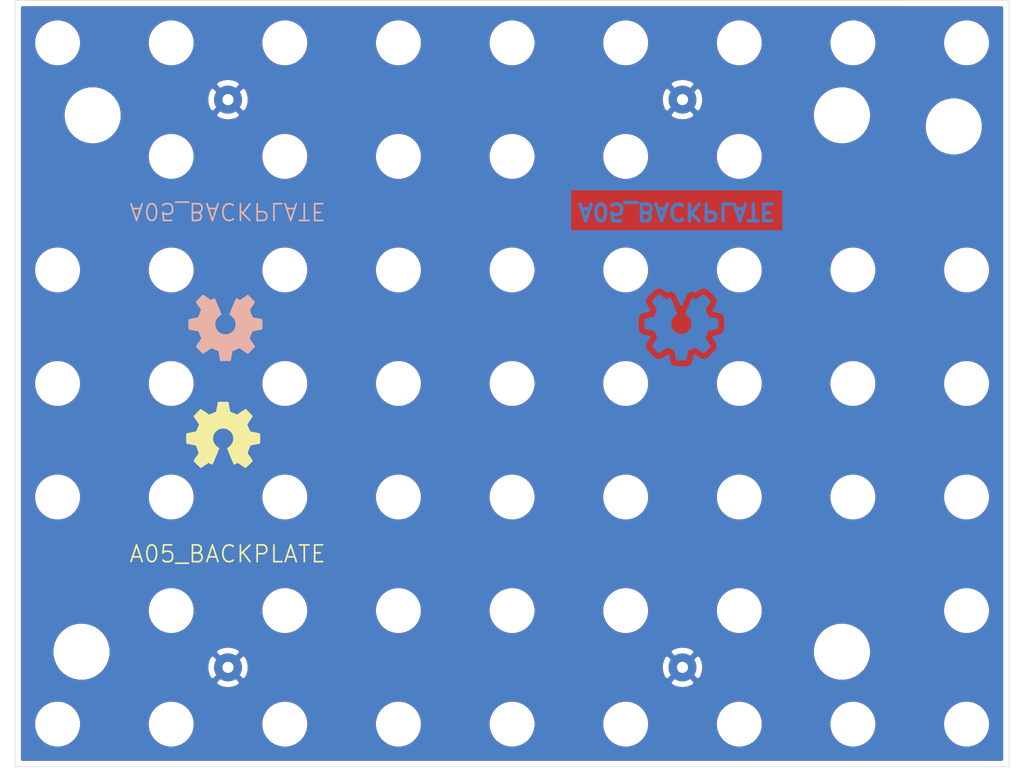
<source format=kicad_pcb>
(kicad_pcb (version 20171130) (host pcbnew 5.1.5-52549c5~86~ubuntu18.04.1)
  (title_block (title "A05 Backplate") (company Galopago))
  (layers (0 F.Cu signal) (31 B.Cu signal) (34 B.Paste user) (35 F.Paste user) (36 B.SilkS user) (37 F.SilkS user) (38 B.Mask user) (39 F.Mask user) (44 Edge.Cuts user))
  (net 0 "")
  (net 1 "Net-(J0-Pad1)")
  (module Symbol:OSHW-Symbol_6.7x6mm_Copper (layer B.Cu) (at 79.5782 49.2506)
    (fp_text reference REF** hide)
    (fp_text value OSHW-Symbol_6.7x6mm_Copper hide)
    (fp_poly (pts (xy 0.555814 2.531069) (xy 0.639635 2.086445) (xy 0.94892 1.958947) (xy 1.258206 1.831449) (xy 1.629246 2.083754) (xy 1.733157 2.154004) (xy 1.827087 2.216728) (xy 1.906652 2.269062) (xy 1.96747 2.308143) (xy 2.005157 2.331107) (xy 2.015421 2.336058) (xy 2.03391 2.323324) (xy 2.07342 2.288118) (xy 2.129522 2.234938) (xy 2.197787 2.168282) (xy 2.273786 2.092646) (xy 2.353092 2.012528) (xy 2.431275 1.932426) (xy 2.503907 1.856836) (xy 2.566559 1.790255) (xy 2.614803 1.737182) (xy 2.64421 1.702113) (xy 2.651241 1.690377) (xy 2.641123 1.66874) (xy 2.612759 1.621338) (xy 2.569129 1.552807) (xy 2.513218 1.467785) (xy 2.448006 1.370907) (xy 2.410219 1.31565) (xy 2.341343 1.214752) (xy 2.28014 1.123701) (xy 2.229578 1.04703) (xy 2.192628 0.989272) (xy 2.172258 0.954957) (xy 2.169197 0.947746) (xy 2.176136 0.927252) (xy 2.195051 0.879487) (xy 2.223087 0.811168) (xy 2.257391 0.729011) (xy 2.295109 0.63973) (xy 2.333387 0.550042) (xy 2.36937 0.466662) (xy 2.400206 0.396306) (xy 2.423039 0.34569) (xy 2.435017 0.321529) (xy 2.435724 0.320578) (xy 2.454531 0.315964) (xy 2.504618 0.305672) (xy 2.580793 0.290713) (xy 2.677865 0.272099) (xy 2.790643 0.250841) (xy 2.856442 0.238582) (xy 2.97695 0.215638) (xy 3.085797 0.193805) (xy 3.177476 0.174278) (xy 3.246481 0.158252) (xy 3.287304 0.146921) (xy 3.295511 0.143326) (xy 3.303548 0.118994) (xy 3.310033 0.064041) (xy 3.31497 -0.015108) (xy 3.318364 -0.112026) (xy 3.320218 -0.220287) (xy 3.320538 -0.333465) (xy 3.319327 -0.445135) (xy 3.31659 -0.548868) (xy 3.312331 -0.638241) (xy 3.306555 -0.706826) (xy 3.299267 -0.748197) (xy 3.294895 -0.75681) (xy 3.268764 -0.767133) (xy 3.213393 -0.781892) (xy 3.136107 -0.799352) (xy 3.04423 -0.81778) (xy 3.012158 -0.823741) (xy 2.857524 -0.852066) (xy 2.735375 -0.874876) (xy 2.641673 -0.89308) (xy 2.572384 -0.907583) (xy 2.523471 -0.919292) (xy 2.490897 -0.929115) (xy 2.470628 -0.937956) (xy 2.458626 -0.946724) (xy 2.456947 -0.948457) (xy 2.440184 -0.976371) (xy 2.414614 -1.030695) (xy 2.382788 -1.104777) (xy 2.34726 -1.191965) (xy 2.310583 -1.285608) (xy 2.275311 -1.379052) (xy 2.243996 -1.465647) (xy 2.219193 -1.53874) (xy 2.203454 -1.591678) (xy 2.199332 -1.617811) (xy 2.199676 -1.618726) (xy 2.213641 -1.640086) (xy 2.245322 -1.687084) (xy 2.291391 -1.754827) (xy 2.348518 -1.838423) (xy 2.413373 -1.932982) (xy 2.431843 -1.959854) (xy 2.497699 -2.057275) (xy 2.55565 -2.146163) (xy 2.602538 -2.221412) (xy 2.635207 -2.27792) (xy 2.6505 -2.310581) (xy 2.651241 -2.314593) (xy 2.638392 -2.335684) (xy 2.602888 -2.377464) (xy 2.549293 -2.435445) (xy 2.482171 -2.505135) (xy 2.406087 -2.582045) (xy 2.325604 -2.661683) (xy 2.245287 -2.739561) (xy 2.169699 -2.811186) (xy 2.103405 -2.87207) (xy 2.050969 -2.917721) (xy 2.016955 -2.94365) (xy 2.007545 -2.947883) (xy 1.985643 -2.937912) (xy 1.9408 -2.91102) (xy 1.880321 -2.871736) (xy 1.833789 -2.840117) (xy 1.749475 -2.782098) (xy 1.649626 -2.713784) (xy 1.549473 -2.645579) (xy 1.495627 -2.609075) (xy 1.313371 -2.4858) (xy 1.160381 -2.56852) (xy 1.090682 -2.604759) (xy 1.031414 -2.632926) (xy 0.991311 -2.648991) (xy 0.981103 -2.651226) (xy 0.968829 -2.634722) (xy 0.944613 -2.588082) (xy 0.910263 -2.515609) (xy 0.867588 -2.421606) (xy 0.818394 -2.310374) (xy 0.76449 -2.186215) (xy 0.707684 -2.053432) (xy 0.649782 -1.916327) (xy 0.592593 -1.779202) (xy 0.537924 -1.646358) (xy 0.487584 -1.522098) (xy 0.44338 -1.410725) (xy 0.407119 -1.316539) (xy 0.380609 -1.243844) (xy 0.365658 -1.196941) (xy 0.363254 -1.180833) (xy 0.382311 -1.160286) (xy 0.424036 -1.126933) (xy 0.479706 -1.087702) (xy 0.484378 -1.084599) (xy 0.628264 -0.969423) (xy 0.744283 -0.835053) (xy 0.83143 -0.685784) (xy 0.888699 -0.525913) (xy 0.915086 -0.359737) (xy 0.909585 -0.191552) (xy 0.87119 -0.025655) (xy 0.798895 0.133658) (xy 0.777626 0.168513) (xy 0.666996 0.309263) (xy 0.536302 0.422286) (xy 0.390064 0.506997) (xy 0.232808 0.562806) (xy 0.069057 0.589126) (xy -0.096667 0.58537) (xy -0.259838 0.55095) (xy -0.415935 0.485277) (xy -0.560433 0.387765) (xy -0.605131 0.348187) (xy -0.718888 0.224297) (xy -0.801782 0.093876) (xy -0.858644 -0.052315) (xy -0.890313 -0.197088) (xy -0.898131 -0.35986) (xy -0.872062 -0.52344) (xy -0.814755 -0.682298) (xy -0.728856 -0.830906) (xy -0.617014 -0.963735) (xy -0.481877 -1.075256) (xy -0.464117 -1.087011) (xy -0.40785 -1.125508) (xy -0.365077 -1.158863) (xy -0.344628 -1.18016) (xy -0.344331 -1.180833) (xy -0.348721 -1.203871) (xy -0.366124 -1.256157) (xy -0.394732 -1.33339) (xy -0.432735 -1.431268) (xy -0.478326 -1.545491) (xy -0.529697 -1.671758) (xy -0.585038 -1.805767) (xy -0.642542 -1.943218) (xy -0.700399 -2.079808) (xy -0.756802 -2.211237) (xy -0.809942 -2.333205) (xy -0.85801 -2.441409) (xy -0.899199 -2.531549) (xy -0.931699 -2.599323) (xy -0.953703 -2.64043) (xy -0.962564 -2.651226) (xy -0.98964 -2.642819) (xy -1.040303 -2.620272) (xy -1.105817 -2.587613) (xy -1.141841 -2.56852) (xy -1.294832 -2.4858) (xy -1.477088 -2.609075) (xy -1.570125 -2.672228) (xy -1.671985 -2.741727) (xy -1.767438 -2.807165) (xy -1.81525 -2.840117) (xy -1.882495 -2.885273) (xy -1.939436 -2.921057) (xy -1.978646 -2.942938) (xy -1.991381 -2.947563) (xy -2.009917 -2.935085) (xy -2.050941 -2.900252) (xy -2.110475 -2.846678) (xy -2.184542 -2.777983) (xy -2.269165 -2.697781) (xy -2.322685 -2.646286) (xy -2.416319 -2.554286) (xy -2.497241 -2.471999) (xy -2.562177 -2.402945) (xy -2.607858 -2.350644) (xy -2.631011 -2.318616) (xy -2.633232 -2.312116) (xy -2.622924 -2.287394) (xy -2.594439 -2.237405) (xy -2.550937 -2.167212) (xy -2.495577 -2.081875) (xy -2.43152 -1.986456) (xy -2.413303 -1.959854) (xy -2.346927 -1.863167) (xy -2.287378 -1.776117) (xy -2.237984 -1.703595) (xy -2.202075 -1.650493) (xy -2.182981 -1.621703) (xy -2.181136 -1.618726) (xy -2.183895 -1.595782) (xy -2.198538 -1.545336) (xy -2.222513 -1.474041) (xy -2.253266 -1.388547) (xy -2.288244 -1.295507) (xy -2.324893 -1.201574) (xy -2.360661 -1.113399) (xy -2.392994 -1.037634) (xy -2.419338 -0.980931) (xy -2.437142 -0.949943) (xy -2.438407 -0.948457) (xy -2.449294 -0.939601) (xy -2.467682 -0.930843) (xy -2.497606 -0.921277) (xy -2.543103 -0.909996) (xy -2.608209 -0.896093) (xy -2.696961 -0.878663) (xy -2.813393 -0.856798) (xy -2.961542 -0.829591) (xy -2.993618 -0.823741) (xy -3.088686 -0.805374) (xy -3.171565 -0.787405) (xy -3.23493 -0.771569) (xy -3.271458 -0.7596) (xy -3.276356 -0.75681) (xy -3.284427 -0.732072) (xy -3.290987 -0.67679) (xy -3.296033 -0.597389) (xy -3.299559 -0.500296) (xy -3.301561 -0.391938) (xy -3.302036 -0.27874) (xy -3.300977 -0.167128) (xy -3.298382 -0.063529) (xy -3.294246 0.025632) (xy -3.288563 0.093928) (xy -3.281331 0.134934) (xy -3.276971 0.143326) (xy -3.252698 0.151792) (xy -3.197426 0.165565) (xy -3.116662 0.18345) (xy -3.015912 0.204252) (xy -2.900683 0.226777) (xy -2.837902 0.238582) (xy -2.718787 0.260849) (xy -2.612565 0.281021) (xy -2.524427 0.298085) (xy -2.459566 0.311031) (xy -2.423174 0.318845) (xy -2.417184 0.320578) (xy -2.407061 0.34011) (xy -2.385662 0.387157) (xy -2.355839 0.454997) (xy -2.320445 0.536909) (xy -2.282332 0.626172) (xy -2.244353 0.716065) (xy -2.20936 0.799865) (xy -2.180206 0.870853) (xy -2.159743 0.922306) (xy -2.150823 0.947503) (xy -2.150657 0.948604) (xy -2.160769 0.968481) (xy -2.189117 1.014223) (xy -2.232723 1.081283) (xy -2.288606 1.165116) (xy -2.353787 1.261174) (xy -2.391679 1.31635) (xy -2.460725 1.417519) (xy -2.52205 1.50937) (xy -2.572663 1.587256) (xy -2.609571 1.646531) (xy -2.629782 1.682549) (xy -2.632701 1.690623) (xy -2.620153 1.709416) (xy -2.585463 1.749543) (xy -2.533063 1.806507) (xy -2.467384 1.875815) (xy -2.392856 1.952969) (xy -2.313913 2.033475) (xy -2.234983 2.112837) (xy -2.1605 2.18656) (xy -2.094894 2.250148) (xy -2.042596 2.299106) (xy -2.008039 2.328939) (xy -1.996478 2.336058) (xy -1.977654 2.326047) (xy -1.932631 2.297922) (xy -1.865787 2.254546) (xy -1.781499 2.198782) (xy -1.684144 2.133494) (xy -1.610707 2.083754) (xy -1.239667 1.831449) (xy -0.621095 2.086445) (xy -0.537275 2.531069) (xy -0.453454 2.975693) (xy 0.471994 2.975693) (xy 0.555814 2.531069)) (layer B.Cu) (width 0.01))
  )
  (module Symbol:OSHW-Symbol_6.7x6mm_Copper (layer F.Cu) (at 79.629 59.055)
    (fp_text reference REF** hide)
    (fp_text value OSHW-Symbol_6.7x6mm_Copper hide)
    (fp_poly (pts (xy 0.555814 -2.531069) (xy 0.639635 -2.086445) (xy 0.94892 -1.958947) (xy 1.258206 -1.831449) (xy 1.629246 -2.083754) (xy 1.733157 -2.154004) (xy 1.827087 -2.216728) (xy 1.906652 -2.269062) (xy 1.96747 -2.308143) (xy 2.005157 -2.331107) (xy 2.015421 -2.336058) (xy 2.03391 -2.323324) (xy 2.07342 -2.288118) (xy 2.129522 -2.234938) (xy 2.197787 -2.168282) (xy 2.273786 -2.092646) (xy 2.353092 -2.012528) (xy 2.431275 -1.932426) (xy 2.503907 -1.856836) (xy 2.566559 -1.790255) (xy 2.614803 -1.737182) (xy 2.64421 -1.702113) (xy 2.651241 -1.690377) (xy 2.641123 -1.66874) (xy 2.612759 -1.621338) (xy 2.569129 -1.552807) (xy 2.513218 -1.467785) (xy 2.448006 -1.370907) (xy 2.410219 -1.31565) (xy 2.341343 -1.214752) (xy 2.28014 -1.123701) (xy 2.229578 -1.04703) (xy 2.192628 -0.989272) (xy 2.172258 -0.954957) (xy 2.169197 -0.947746) (xy 2.176136 -0.927252) (xy 2.195051 -0.879487) (xy 2.223087 -0.811168) (xy 2.257391 -0.729011) (xy 2.295109 -0.63973) (xy 2.333387 -0.550042) (xy 2.36937 -0.466662) (xy 2.400206 -0.396306) (xy 2.423039 -0.34569) (xy 2.435017 -0.321529) (xy 2.435724 -0.320578) (xy 2.454531 -0.315964) (xy 2.504618 -0.305672) (xy 2.580793 -0.290713) (xy 2.677865 -0.272099) (xy 2.790643 -0.250841) (xy 2.856442 -0.238582) (xy 2.97695 -0.215638) (xy 3.085797 -0.193805) (xy 3.177476 -0.174278) (xy 3.246481 -0.158252) (xy 3.287304 -0.146921) (xy 3.295511 -0.143326) (xy 3.303548 -0.118994) (xy 3.310033 -0.064041) (xy 3.31497 0.015108) (xy 3.318364 0.112026) (xy 3.320218 0.220287) (xy 3.320538 0.333465) (xy 3.319327 0.445135) (xy 3.31659 0.548868) (xy 3.312331 0.638241) (xy 3.306555 0.706826) (xy 3.299267 0.748197) (xy 3.294895 0.75681) (xy 3.268764 0.767133) (xy 3.213393 0.781892) (xy 3.136107 0.799352) (xy 3.04423 0.81778) (xy 3.012158 0.823741) (xy 2.857524 0.852066) (xy 2.735375 0.874876) (xy 2.641673 0.89308) (xy 2.572384 0.907583) (xy 2.523471 0.919292) (xy 2.490897 0.929115) (xy 2.470628 0.937956) (xy 2.458626 0.946724) (xy 2.456947 0.948457) (xy 2.440184 0.976371) (xy 2.414614 1.030695) (xy 2.382788 1.104777) (xy 2.34726 1.191965) (xy 2.310583 1.285608) (xy 2.275311 1.379052) (xy 2.243996 1.465647) (xy 2.219193 1.53874) (xy 2.203454 1.591678) (xy 2.199332 1.617811) (xy 2.199676 1.618726) (xy 2.213641 1.640086) (xy 2.245322 1.687084) (xy 2.291391 1.754827) (xy 2.348518 1.838423) (xy 2.413373 1.932982) (xy 2.431843 1.959854) (xy 2.497699 2.057275) (xy 2.55565 2.146163) (xy 2.602538 2.221412) (xy 2.635207 2.27792) (xy 2.6505 2.310581) (xy 2.651241 2.314593) (xy 2.638392 2.335684) (xy 2.602888 2.377464) (xy 2.549293 2.435445) (xy 2.482171 2.505135) (xy 2.406087 2.582045) (xy 2.325604 2.661683) (xy 2.245287 2.739561) (xy 2.169699 2.811186) (xy 2.103405 2.87207) (xy 2.050969 2.917721) (xy 2.016955 2.94365) (xy 2.007545 2.947883) (xy 1.985643 2.937912) (xy 1.9408 2.91102) (xy 1.880321 2.871736) (xy 1.833789 2.840117) (xy 1.749475 2.782098) (xy 1.649626 2.713784) (xy 1.549473 2.645579) (xy 1.495627 2.609075) (xy 1.313371 2.4858) (xy 1.160381 2.56852) (xy 1.090682 2.604759) (xy 1.031414 2.632926) (xy 0.991311 2.648991) (xy 0.981103 2.651226) (xy 0.968829 2.634722) (xy 0.944613 2.588082) (xy 0.910263 2.515609) (xy 0.867588 2.421606) (xy 0.818394 2.310374) (xy 0.76449 2.186215) (xy 0.707684 2.053432) (xy 0.649782 1.916327) (xy 0.592593 1.779202) (xy 0.537924 1.646358) (xy 0.487584 1.522098) (xy 0.44338 1.410725) (xy 0.407119 1.316539) (xy 0.380609 1.243844) (xy 0.365658 1.196941) (xy 0.363254 1.180833) (xy 0.382311 1.160286) (xy 0.424036 1.126933) (xy 0.479706 1.087702) (xy 0.484378 1.084599) (xy 0.628264 0.969423) (xy 0.744283 0.835053) (xy 0.83143 0.685784) (xy 0.888699 0.525913) (xy 0.915086 0.359737) (xy 0.909585 0.191552) (xy 0.87119 0.025655) (xy 0.798895 -0.133658) (xy 0.777626 -0.168513) (xy 0.666996 -0.309263) (xy 0.536302 -0.422286) (xy 0.390064 -0.506997) (xy 0.232808 -0.562806) (xy 0.069057 -0.589126) (xy -0.096667 -0.58537) (xy -0.259838 -0.55095) (xy -0.415935 -0.485277) (xy -0.560433 -0.387765) (xy -0.605131 -0.348187) (xy -0.718888 -0.224297) (xy -0.801782 -0.093876) (xy -0.858644 0.052315) (xy -0.890313 0.197088) (xy -0.898131 0.35986) (xy -0.872062 0.52344) (xy -0.814755 0.682298) (xy -0.728856 0.830906) (xy -0.617014 0.963735) (xy -0.481877 1.075256) (xy -0.464117 1.087011) (xy -0.40785 1.125508) (xy -0.365077 1.158863) (xy -0.344628 1.18016) (xy -0.344331 1.180833) (xy -0.348721 1.203871) (xy -0.366124 1.256157) (xy -0.394732 1.33339) (xy -0.432735 1.431268) (xy -0.478326 1.545491) (xy -0.529697 1.671758) (xy -0.585038 1.805767) (xy -0.642542 1.943218) (xy -0.700399 2.079808) (xy -0.756802 2.211237) (xy -0.809942 2.333205) (xy -0.85801 2.441409) (xy -0.899199 2.531549) (xy -0.931699 2.599323) (xy -0.953703 2.64043) (xy -0.962564 2.651226) (xy -0.98964 2.642819) (xy -1.040303 2.620272) (xy -1.105817 2.587613) (xy -1.141841 2.56852) (xy -1.294832 2.4858) (xy -1.477088 2.609075) (xy -1.570125 2.672228) (xy -1.671985 2.741727) (xy -1.767438 2.807165) (xy -1.81525 2.840117) (xy -1.882495 2.885273) (xy -1.939436 2.921057) (xy -1.978646 2.942938) (xy -1.991381 2.947563) (xy -2.009917 2.935085) (xy -2.050941 2.900252) (xy -2.110475 2.846678) (xy -2.184542 2.777983) (xy -2.269165 2.697781) (xy -2.322685 2.646286) (xy -2.416319 2.554286) (xy -2.497241 2.471999) (xy -2.562177 2.402945) (xy -2.607858 2.350644) (xy -2.631011 2.318616) (xy -2.633232 2.312116) (xy -2.622924 2.287394) (xy -2.594439 2.237405) (xy -2.550937 2.167212) (xy -2.495577 2.081875) (xy -2.43152 1.986456) (xy -2.413303 1.959854) (xy -2.346927 1.863167) (xy -2.287378 1.776117) (xy -2.237984 1.703595) (xy -2.202075 1.650493) (xy -2.182981 1.621703) (xy -2.181136 1.618726) (xy -2.183895 1.595782) (xy -2.198538 1.545336) (xy -2.222513 1.474041) (xy -2.253266 1.388547) (xy -2.288244 1.295507) (xy -2.324893 1.201574) (xy -2.360661 1.113399) (xy -2.392994 1.037634) (xy -2.419338 0.980931) (xy -2.437142 0.949943) (xy -2.438407 0.948457) (xy -2.449294 0.939601) (xy -2.467682 0.930843) (xy -2.497606 0.921277) (xy -2.543103 0.909996) (xy -2.608209 0.896093) (xy -2.696961 0.878663) (xy -2.813393 0.856798) (xy -2.961542 0.829591) (xy -2.993618 0.823741) (xy -3.088686 0.805374) (xy -3.171565 0.787405) (xy -3.23493 0.771569) (xy -3.271458 0.7596) (xy -3.276356 0.75681) (xy -3.284427 0.732072) (xy -3.290987 0.67679) (xy -3.296033 0.597389) (xy -3.299559 0.500296) (xy -3.301561 0.391938) (xy -3.302036 0.27874) (xy -3.300977 0.167128) (xy -3.298382 0.063529) (xy -3.294246 -0.025632) (xy -3.288563 -0.093928) (xy -3.281331 -0.134934) (xy -3.276971 -0.143326) (xy -3.252698 -0.151792) (xy -3.197426 -0.165565) (xy -3.116662 -0.18345) (xy -3.015912 -0.204252) (xy -2.900683 -0.226777) (xy -2.837902 -0.238582) (xy -2.718787 -0.260849) (xy -2.612565 -0.281021) (xy -2.524427 -0.298085) (xy -2.459566 -0.311031) (xy -2.423174 -0.318845) (xy -2.417184 -0.320578) (xy -2.407061 -0.34011) (xy -2.385662 -0.387157) (xy -2.355839 -0.454997) (xy -2.320445 -0.536909) (xy -2.282332 -0.626172) (xy -2.244353 -0.716065) (xy -2.20936 -0.799865) (xy -2.180206 -0.870853) (xy -2.159743 -0.922306) (xy -2.150823 -0.947503) (xy -2.150657 -0.948604) (xy -2.160769 -0.968481) (xy -2.189117 -1.014223) (xy -2.232723 -1.081283) (xy -2.288606 -1.165116) (xy -2.353787 -1.261174) (xy -2.391679 -1.31635) (xy -2.460725 -1.417519) (xy -2.52205 -1.50937) (xy -2.572663 -1.587256) (xy -2.609571 -1.646531) (xy -2.629782 -1.682549) (xy -2.632701 -1.690623) (xy -2.620153 -1.709416) (xy -2.585463 -1.749543) (xy -2.533063 -1.806507) (xy -2.467384 -1.875815) (xy -2.392856 -1.952969) (xy -2.313913 -2.033475) (xy -2.234983 -2.112837) (xy -2.1605 -2.18656) (xy -2.094894 -2.250148) (xy -2.042596 -2.299106) (xy -2.008039 -2.328939) (xy -1.996478 -2.336058) (xy -1.977654 -2.326047) (xy -1.932631 -2.297922) (xy -1.865787 -2.254546) (xy -1.781499 -2.198782) (xy -1.684144 -2.133494) (xy -1.610707 -2.083754) (xy -1.239667 -1.831449) (xy -0.621095 -2.086445) (xy -0.537275 -2.531069) (xy -0.453454 -2.975693) (xy 0.471994 -2.975693) (xy 0.555814 -2.531069)) (layer F.Cu) (width 0.01))
  )
  (module Symbol:OSHW-Symbol_6.7x6mm_SilkScreen (layer F.Cu) (at 38.608 58.9026)
    (fp_text reference REF** hide)
    (fp_text value OSHW-Symbol_6.7x6mm_SilkScreen hide)
    (fp_poly (pts (xy 0.555814 -2.531069) (xy 0.639635 -2.086445) (xy 0.94892 -1.958947) (xy 1.258206 -1.831449) (xy 1.629246 -2.083754) (xy 1.733157 -2.154004) (xy 1.827087 -2.216728) (xy 1.906652 -2.269062) (xy 1.96747 -2.308143) (xy 2.005157 -2.331107) (xy 2.015421 -2.336058) (xy 2.03391 -2.323324) (xy 2.07342 -2.288118) (xy 2.129522 -2.234938) (xy 2.197787 -2.168282) (xy 2.273786 -2.092646) (xy 2.353092 -2.012528) (xy 2.431275 -1.932426) (xy 2.503907 -1.856836) (xy 2.566559 -1.790255) (xy 2.614803 -1.737182) (xy 2.64421 -1.702113) (xy 2.651241 -1.690377) (xy 2.641123 -1.66874) (xy 2.612759 -1.621338) (xy 2.569129 -1.552807) (xy 2.513218 -1.467785) (xy 2.448006 -1.370907) (xy 2.410219 -1.31565) (xy 2.341343 -1.214752) (xy 2.28014 -1.123701) (xy 2.229578 -1.04703) (xy 2.192628 -0.989272) (xy 2.172258 -0.954957) (xy 2.169197 -0.947746) (xy 2.176136 -0.927252) (xy 2.195051 -0.879487) (xy 2.223087 -0.811168) (xy 2.257391 -0.729011) (xy 2.295109 -0.63973) (xy 2.333387 -0.550042) (xy 2.36937 -0.466662) (xy 2.400206 -0.396306) (xy 2.423039 -0.34569) (xy 2.435017 -0.321529) (xy 2.435724 -0.320578) (xy 2.454531 -0.315964) (xy 2.504618 -0.305672) (xy 2.580793 -0.290713) (xy 2.677865 -0.272099) (xy 2.790643 -0.250841) (xy 2.856442 -0.238582) (xy 2.97695 -0.215638) (xy 3.085797 -0.193805) (xy 3.177476 -0.174278) (xy 3.246481 -0.158252) (xy 3.287304 -0.146921) (xy 3.295511 -0.143326) (xy 3.303548 -0.118994) (xy 3.310033 -0.064041) (xy 3.31497 0.015108) (xy 3.318364 0.112026) (xy 3.320218 0.220287) (xy 3.320538 0.333465) (xy 3.319327 0.445135) (xy 3.31659 0.548868) (xy 3.312331 0.638241) (xy 3.306555 0.706826) (xy 3.299267 0.748197) (xy 3.294895 0.75681) (xy 3.268764 0.767133) (xy 3.213393 0.781892) (xy 3.136107 0.799352) (xy 3.04423 0.81778) (xy 3.012158 0.823741) (xy 2.857524 0.852066) (xy 2.735375 0.874876) (xy 2.641673 0.89308) (xy 2.572384 0.907583) (xy 2.523471 0.919292) (xy 2.490897 0.929115) (xy 2.470628 0.937956) (xy 2.458626 0.946724) (xy 2.456947 0.948457) (xy 2.440184 0.976371) (xy 2.414614 1.030695) (xy 2.382788 1.104777) (xy 2.34726 1.191965) (xy 2.310583 1.285608) (xy 2.275311 1.379052) (xy 2.243996 1.465647) (xy 2.219193 1.53874) (xy 2.203454 1.591678) (xy 2.199332 1.617811) (xy 2.199676 1.618726) (xy 2.213641 1.640086) (xy 2.245322 1.687084) (xy 2.291391 1.754827) (xy 2.348518 1.838423) (xy 2.413373 1.932982) (xy 2.431843 1.959854) (xy 2.497699 2.057275) (xy 2.55565 2.146163) (xy 2.602538 2.221412) (xy 2.635207 2.27792) (xy 2.6505 2.310581) (xy 2.651241 2.314593) (xy 2.638392 2.335684) (xy 2.602888 2.377464) (xy 2.549293 2.435445) (xy 2.482171 2.505135) (xy 2.406087 2.582045) (xy 2.325604 2.661683) (xy 2.245287 2.739561) (xy 2.169699 2.811186) (xy 2.103405 2.87207) (xy 2.050969 2.917721) (xy 2.016955 2.94365) (xy 2.007545 2.947883) (xy 1.985643 2.937912) (xy 1.9408 2.91102) (xy 1.880321 2.871736) (xy 1.833789 2.840117) (xy 1.749475 2.782098) (xy 1.649626 2.713784) (xy 1.549473 2.645579) (xy 1.495627 2.609075) (xy 1.313371 2.4858) (xy 1.160381 2.56852) (xy 1.090682 2.604759) (xy 1.031414 2.632926) (xy 0.991311 2.648991) (xy 0.981103 2.651226) (xy 0.968829 2.634722) (xy 0.944613 2.588082) (xy 0.910263 2.515609) (xy 0.867588 2.421606) (xy 0.818394 2.310374) (xy 0.76449 2.186215) (xy 0.707684 2.053432) (xy 0.649782 1.916327) (xy 0.592593 1.779202) (xy 0.537924 1.646358) (xy 0.487584 1.522098) (xy 0.44338 1.410725) (xy 0.407119 1.316539) (xy 0.380609 1.243844) (xy 0.365658 1.196941) (xy 0.363254 1.180833) (xy 0.382311 1.160286) (xy 0.424036 1.126933) (xy 0.479706 1.087702) (xy 0.484378 1.084599) (xy 0.628264 0.969423) (xy 0.744283 0.835053) (xy 0.83143 0.685784) (xy 0.888699 0.525913) (xy 0.915086 0.359737) (xy 0.909585 0.191552) (xy 0.87119 0.025655) (xy 0.798895 -0.133658) (xy 0.777626 -0.168513) (xy 0.666996 -0.309263) (xy 0.536302 -0.422286) (xy 0.390064 -0.506997) (xy 0.232808 -0.562806) (xy 0.069057 -0.589126) (xy -0.096667 -0.58537) (xy -0.259838 -0.55095) (xy -0.415935 -0.485277) (xy -0.560433 -0.387765) (xy -0.605131 -0.348187) (xy -0.718888 -0.224297) (xy -0.801782 -0.093876) (xy -0.858644 0.052315) (xy -0.890313 0.197088) (xy -0.898131 0.35986) (xy -0.872062 0.52344) (xy -0.814755 0.682298) (xy -0.728856 0.830906) (xy -0.617014 0.963735) (xy -0.481877 1.075256) (xy -0.464117 1.087011) (xy -0.40785 1.125508) (xy -0.365077 1.158863) (xy -0.344628 1.18016) (xy -0.344331 1.180833) (xy -0.348721 1.203871) (xy -0.366124 1.256157) (xy -0.394732 1.33339) (xy -0.432735 1.431268) (xy -0.478326 1.545491) (xy -0.529697 1.671758) (xy -0.585038 1.805767) (xy -0.642542 1.943218) (xy -0.700399 2.079808) (xy -0.756802 2.211237) (xy -0.809942 2.333205) (xy -0.85801 2.441409) (xy -0.899199 2.531549) (xy -0.931699 2.599323) (xy -0.953703 2.64043) (xy -0.962564 2.651226) (xy -0.98964 2.642819) (xy -1.040303 2.620272) (xy -1.105817 2.587613) (xy -1.141841 2.56852) (xy -1.294832 2.4858) (xy -1.477088 2.609075) (xy -1.570125 2.672228) (xy -1.671985 2.741727) (xy -1.767438 2.807165) (xy -1.81525 2.840117) (xy -1.882495 2.885273) (xy -1.939436 2.921057) (xy -1.978646 2.942938) (xy -1.991381 2.947563) (xy -2.009917 2.935085) (xy -2.050941 2.900252) (xy -2.110475 2.846678) (xy -2.184542 2.777983) (xy -2.269165 2.697781) (xy -2.322685 2.646286) (xy -2.416319 2.554286) (xy -2.497241 2.471999) (xy -2.562177 2.402945) (xy -2.607858 2.350644) (xy -2.631011 2.318616) (xy -2.633232 2.312116) (xy -2.622924 2.287394) (xy -2.594439 2.237405) (xy -2.550937 2.167212) (xy -2.495577 2.081875) (xy -2.43152 1.986456) (xy -2.413303 1.959854) (xy -2.346927 1.863167) (xy -2.287378 1.776117) (xy -2.237984 1.703595) (xy -2.202075 1.650493) (xy -2.182981 1.621703) (xy -2.181136 1.618726) (xy -2.183895 1.595782) (xy -2.198538 1.545336) (xy -2.222513 1.474041) (xy -2.253266 1.388547) (xy -2.288244 1.295507) (xy -2.324893 1.201574) (xy -2.360661 1.113399) (xy -2.392994 1.037634) (xy -2.419338 0.980931) (xy -2.437142 0.949943) (xy -2.438407 0.948457) (xy -2.449294 0.939601) (xy -2.467682 0.930843) (xy -2.497606 0.921277) (xy -2.543103 0.909996) (xy -2.608209 0.896093) (xy -2.696961 0.878663) (xy -2.813393 0.856798) (xy -2.961542 0.829591) (xy -2.993618 0.823741) (xy -3.088686 0.805374) (xy -3.171565 0.787405) (xy -3.23493 0.771569) (xy -3.271458 0.7596) (xy -3.276356 0.75681) (xy -3.284427 0.732072) (xy -3.290987 0.67679) (xy -3.296033 0.597389) (xy -3.299559 0.500296) (xy -3.301561 0.391938) (xy -3.302036 0.27874) (xy -3.300977 0.167128) (xy -3.298382 0.063529) (xy -3.294246 -0.025632) (xy -3.288563 -0.093928) (xy -3.281331 -0.134934) (xy -3.276971 -0.143326) (xy -3.252698 -0.151792) (xy -3.197426 -0.165565) (xy -3.116662 -0.18345) (xy -3.015912 -0.204252) (xy -2.900683 -0.226777) (xy -2.837902 -0.238582) (xy -2.718787 -0.260849) (xy -2.612565 -0.281021) (xy -2.524427 -0.298085) (xy -2.459566 -0.311031) (xy -2.423174 -0.318845) (xy -2.417184 -0.320578) (xy -2.407061 -0.34011) (xy -2.385662 -0.387157) (xy -2.355839 -0.454997) (xy -2.320445 -0.536909) (xy -2.282332 -0.626172) (xy -2.244353 -0.716065) (xy -2.20936 -0.799865) (xy -2.180206 -0.870853) (xy -2.159743 -0.922306) (xy -2.150823 -0.947503) (xy -2.150657 -0.948604) (xy -2.160769 -0.968481) (xy -2.189117 -1.014223) (xy -2.232723 -1.081283) (xy -2.288606 -1.165116) (xy -2.353787 -1.261174) (xy -2.391679 -1.31635) (xy -2.460725 -1.417519) (xy -2.52205 -1.50937) (xy -2.572663 -1.587256) (xy -2.609571 -1.646531) (xy -2.629782 -1.682549) (xy -2.632701 -1.690623) (xy -2.620153 -1.709416) (xy -2.585463 -1.749543) (xy -2.533063 -1.806507) (xy -2.467384 -1.875815) (xy -2.392856 -1.952969) (xy -2.313913 -2.033475) (xy -2.234983 -2.112837) (xy -2.1605 -2.18656) (xy -2.094894 -2.250148) (xy -2.042596 -2.299106) (xy -2.008039 -2.328939) (xy -1.996478 -2.336058) (xy -1.977654 -2.326047) (xy -1.932631 -2.297922) (xy -1.865787 -2.254546) (xy -1.781499 -2.198782) (xy -1.684144 -2.133494) (xy -1.610707 -2.083754) (xy -1.239667 -1.831449) (xy -0.621095 -2.086445) (xy -0.537275 -2.531069) (xy -0.453454 -2.975693) (xy 0.471994 -2.975693) (xy 0.555814 -2.531069)) (layer F.SilkS) (width 0.01))
  )
  (module Symbol:OSHW-Symbol_6.7x6mm_SilkScreen (layer B.Cu) (at 38.8112 49.3014)
    (fp_text reference REF** hide)
    (fp_text value OSHW-Symbol_6.7x6mm_SilkScreen hide)
    (fp_poly (pts (xy 0.555814 2.531069) (xy 0.639635 2.086445) (xy 0.94892 1.958947) (xy 1.258206 1.831449) (xy 1.629246 2.083754) (xy 1.733157 2.154004) (xy 1.827087 2.216728) (xy 1.906652 2.269062) (xy 1.96747 2.308143) (xy 2.005157 2.331107) (xy 2.015421 2.336058) (xy 2.03391 2.323324) (xy 2.07342 2.288118) (xy 2.129522 2.234938) (xy 2.197787 2.168282) (xy 2.273786 2.092646) (xy 2.353092 2.012528) (xy 2.431275 1.932426) (xy 2.503907 1.856836) (xy 2.566559 1.790255) (xy 2.614803 1.737182) (xy 2.64421 1.702113) (xy 2.651241 1.690377) (xy 2.641123 1.66874) (xy 2.612759 1.621338) (xy 2.569129 1.552807) (xy 2.513218 1.467785) (xy 2.448006 1.370907) (xy 2.410219 1.31565) (xy 2.341343 1.214752) (xy 2.28014 1.123701) (xy 2.229578 1.04703) (xy 2.192628 0.989272) (xy 2.172258 0.954957) (xy 2.169197 0.947746) (xy 2.176136 0.927252) (xy 2.195051 0.879487) (xy 2.223087 0.811168) (xy 2.257391 0.729011) (xy 2.295109 0.63973) (xy 2.333387 0.550042) (xy 2.36937 0.466662) (xy 2.400206 0.396306) (xy 2.423039 0.34569) (xy 2.435017 0.321529) (xy 2.435724 0.320578) (xy 2.454531 0.315964) (xy 2.504618 0.305672) (xy 2.580793 0.290713) (xy 2.677865 0.272099) (xy 2.790643 0.250841) (xy 2.856442 0.238582) (xy 2.97695 0.215638) (xy 3.085797 0.193805) (xy 3.177476 0.174278) (xy 3.246481 0.158252) (xy 3.287304 0.146921) (xy 3.295511 0.143326) (xy 3.303548 0.118994) (xy 3.310033 0.064041) (xy 3.31497 -0.015108) (xy 3.318364 -0.112026) (xy 3.320218 -0.220287) (xy 3.320538 -0.333465) (xy 3.319327 -0.445135) (xy 3.31659 -0.548868) (xy 3.312331 -0.638241) (xy 3.306555 -0.706826) (xy 3.299267 -0.748197) (xy 3.294895 -0.75681) (xy 3.268764 -0.767133) (xy 3.213393 -0.781892) (xy 3.136107 -0.799352) (xy 3.04423 -0.81778) (xy 3.012158 -0.823741) (xy 2.857524 -0.852066) (xy 2.735375 -0.874876) (xy 2.641673 -0.89308) (xy 2.572384 -0.907583) (xy 2.523471 -0.919292) (xy 2.490897 -0.929115) (xy 2.470628 -0.937956) (xy 2.458626 -0.946724) (xy 2.456947 -0.948457) (xy 2.440184 -0.976371) (xy 2.414614 -1.030695) (xy 2.382788 -1.104777) (xy 2.34726 -1.191965) (xy 2.310583 -1.285608) (xy 2.275311 -1.379052) (xy 2.243996 -1.465647) (xy 2.219193 -1.53874) (xy 2.203454 -1.591678) (xy 2.199332 -1.617811) (xy 2.199676 -1.618726) (xy 2.213641 -1.640086) (xy 2.245322 -1.687084) (xy 2.291391 -1.754827) (xy 2.348518 -1.838423) (xy 2.413373 -1.932982) (xy 2.431843 -1.959854) (xy 2.497699 -2.057275) (xy 2.55565 -2.146163) (xy 2.602538 -2.221412) (xy 2.635207 -2.27792) (xy 2.6505 -2.310581) (xy 2.651241 -2.314593) (xy 2.638392 -2.335684) (xy 2.602888 -2.377464) (xy 2.549293 -2.435445) (xy 2.482171 -2.505135) (xy 2.406087 -2.582045) (xy 2.325604 -2.661683) (xy 2.245287 -2.739561) (xy 2.169699 -2.811186) (xy 2.103405 -2.87207) (xy 2.050969 -2.917721) (xy 2.016955 -2.94365) (xy 2.007545 -2.947883) (xy 1.985643 -2.937912) (xy 1.9408 -2.91102) (xy 1.880321 -2.871736) (xy 1.833789 -2.840117) (xy 1.749475 -2.782098) (xy 1.649626 -2.713784) (xy 1.549473 -2.645579) (xy 1.495627 -2.609075) (xy 1.313371 -2.4858) (xy 1.160381 -2.56852) (xy 1.090682 -2.604759) (xy 1.031414 -2.632926) (xy 0.991311 -2.648991) (xy 0.981103 -2.651226) (xy 0.968829 -2.634722) (xy 0.944613 -2.588082) (xy 0.910263 -2.515609) (xy 0.867588 -2.421606) (xy 0.818394 -2.310374) (xy 0.76449 -2.186215) (xy 0.707684 -2.053432) (xy 0.649782 -1.916327) (xy 0.592593 -1.779202) (xy 0.537924 -1.646358) (xy 0.487584 -1.522098) (xy 0.44338 -1.410725) (xy 0.407119 -1.316539) (xy 0.380609 -1.243844) (xy 0.365658 -1.196941) (xy 0.363254 -1.180833) (xy 0.382311 -1.160286) (xy 0.424036 -1.126933) (xy 0.479706 -1.087702) (xy 0.484378 -1.084599) (xy 0.628264 -0.969423) (xy 0.744283 -0.835053) (xy 0.83143 -0.685784) (xy 0.888699 -0.525913) (xy 0.915086 -0.359737) (xy 0.909585 -0.191552) (xy 0.87119 -0.025655) (xy 0.798895 0.133658) (xy 0.777626 0.168513) (xy 0.666996 0.309263) (xy 0.536302 0.422286) (xy 0.390064 0.506997) (xy 0.232808 0.562806) (xy 0.069057 0.589126) (xy -0.096667 0.58537) (xy -0.259838 0.55095) (xy -0.415935 0.485277) (xy -0.560433 0.387765) (xy -0.605131 0.348187) (xy -0.718888 0.224297) (xy -0.801782 0.093876) (xy -0.858644 -0.052315) (xy -0.890313 -0.197088) (xy -0.898131 -0.35986) (xy -0.872062 -0.52344) (xy -0.814755 -0.682298) (xy -0.728856 -0.830906) (xy -0.617014 -0.963735) (xy -0.481877 -1.075256) (xy -0.464117 -1.087011) (xy -0.40785 -1.125508) (xy -0.365077 -1.158863) (xy -0.344628 -1.18016) (xy -0.344331 -1.180833) (xy -0.348721 -1.203871) (xy -0.366124 -1.256157) (xy -0.394732 -1.33339) (xy -0.432735 -1.431268) (xy -0.478326 -1.545491) (xy -0.529697 -1.671758) (xy -0.585038 -1.805767) (xy -0.642542 -1.943218) (xy -0.700399 -2.079808) (xy -0.756802 -2.211237) (xy -0.809942 -2.333205) (xy -0.85801 -2.441409) (xy -0.899199 -2.531549) (xy -0.931699 -2.599323) (xy -0.953703 -2.64043) (xy -0.962564 -2.651226) (xy -0.98964 -2.642819) (xy -1.040303 -2.620272) (xy -1.105817 -2.587613) (xy -1.141841 -2.56852) (xy -1.294832 -2.4858) (xy -1.477088 -2.609075) (xy -1.570125 -2.672228) (xy -1.671985 -2.741727) (xy -1.767438 -2.807165) (xy -1.81525 -2.840117) (xy -1.882495 -2.885273) (xy -1.939436 -2.921057) (xy -1.978646 -2.942938) (xy -1.991381 -2.947563) (xy -2.009917 -2.935085) (xy -2.050941 -2.900252) (xy -2.110475 -2.846678) (xy -2.184542 -2.777983) (xy -2.269165 -2.697781) (xy -2.322685 -2.646286) (xy -2.416319 -2.554286) (xy -2.497241 -2.471999) (xy -2.562177 -2.402945) (xy -2.607858 -2.350644) (xy -2.631011 -2.318616) (xy -2.633232 -2.312116) (xy -2.622924 -2.287394) (xy -2.594439 -2.237405) (xy -2.550937 -2.167212) (xy -2.495577 -2.081875) (xy -2.43152 -1.986456) (xy -2.413303 -1.959854) (xy -2.346927 -1.863167) (xy -2.287378 -1.776117) (xy -2.237984 -1.703595) (xy -2.202075 -1.650493) (xy -2.182981 -1.621703) (xy -2.181136 -1.618726) (xy -2.183895 -1.595782) (xy -2.198538 -1.545336) (xy -2.222513 -1.474041) (xy -2.253266 -1.388547) (xy -2.288244 -1.295507) (xy -2.324893 -1.201574) (xy -2.360661 -1.113399) (xy -2.392994 -1.037634) (xy -2.419338 -0.980931) (xy -2.437142 -0.949943) (xy -2.438407 -0.948457) (xy -2.449294 -0.939601) (xy -2.467682 -0.930843) (xy -2.497606 -0.921277) (xy -2.543103 -0.909996) (xy -2.608209 -0.896093) (xy -2.696961 -0.878663) (xy -2.813393 -0.856798) (xy -2.961542 -0.829591) (xy -2.993618 -0.823741) (xy -3.088686 -0.805374) (xy -3.171565 -0.787405) (xy -3.23493 -0.771569) (xy -3.271458 -0.7596) (xy -3.276356 -0.75681) (xy -3.284427 -0.732072) (xy -3.290987 -0.67679) (xy -3.296033 -0.597389) (xy -3.299559 -0.500296) (xy -3.301561 -0.391938) (xy -3.302036 -0.27874) (xy -3.300977 -0.167128) (xy -3.298382 -0.063529) (xy -3.294246 0.025632) (xy -3.288563 0.093928) (xy -3.281331 0.134934) (xy -3.276971 0.143326) (xy -3.252698 0.151792) (xy -3.197426 0.165565) (xy -3.116662 0.18345) (xy -3.015912 0.204252) (xy -2.900683 0.226777) (xy -2.837902 0.238582) (xy -2.718787 0.260849) (xy -2.612565 0.281021) (xy -2.524427 0.298085) (xy -2.459566 0.311031) (xy -2.423174 0.318845) (xy -2.417184 0.320578) (xy -2.407061 0.34011) (xy -2.385662 0.387157) (xy -2.355839 0.454997) (xy -2.320445 0.536909) (xy -2.282332 0.626172) (xy -2.244353 0.716065) (xy -2.20936 0.799865) (xy -2.180206 0.870853) (xy -2.159743 0.922306) (xy -2.150823 0.947503) (xy -2.150657 0.948604) (xy -2.160769 0.968481) (xy -2.189117 1.014223) (xy -2.232723 1.081283) (xy -2.288606 1.165116) (xy -2.353787 1.261174) (xy -2.391679 1.31635) (xy -2.460725 1.417519) (xy -2.52205 1.50937) (xy -2.572663 1.587256) (xy -2.609571 1.646531) (xy -2.629782 1.682549) (xy -2.632701 1.690623) (xy -2.620153 1.709416) (xy -2.585463 1.749543) (xy -2.533063 1.806507) (xy -2.467384 1.875815) (xy -2.392856 1.952969) (xy -2.313913 2.033475) (xy -2.234983 2.112837) (xy -2.1605 2.18656) (xy -2.094894 2.250148) (xy -2.042596 2.299106) (xy -2.008039 2.328939) (xy -1.996478 2.336058) (xy -1.977654 2.326047) (xy -1.932631 2.297922) (xy -1.865787 2.254546) (xy -1.781499 2.198782) (xy -1.684144 2.133494) (xy -1.610707 2.083754) (xy -1.239667 1.831449) (xy -0.621095 2.086445) (xy -0.537275 2.531069) (xy -0.453454 2.975693) (xy 0.471994 2.975693) (xy 0.555814 2.531069)) (layer B.SilkS) (width 0.01))
  )
  (module MountingHole:MountingHole_4mm (layer F.Cu) (at 93.95 30.29)
    (fp_text reference HZ4 hide)
    (fp_text value MountingHole)
    (pad 1 np_thru_hole circle (at 0 0) (size 4 4) (drill 4) (layers *.Cu *.Mask))
  )
  (module MountingHole:MountingHole_4mm (layer F.Cu) (at 103.95 31.29)
    (fp_text reference HZ3 hide)
    (fp_text value MountingHole)
    (pad 1 np_thru_hole circle (at 0 0) (size 4 4) (drill 4) (layers *.Cu *.Mask))
  )
  (module MountingHole:MountingHole_4mm (layer F.Cu) (at 25.95 78.29)
    (fp_text reference HZ2 hide)
    (fp_text value MountingHole)
    (pad 1 np_thru_hole circle (at 0 0) (size 4 4) (drill 4) (layers *.Cu *.Mask))
  )
  (module MountingHole:MountingHole_4mm (layer F.Cu) (at 93.95 78.29)
    (fp_text reference HZ1 hide)
    (fp_text value MountingHole)
    (pad 1 np_thru_hole circle (at 0 0) (size 4 4) (drill 4) (layers *.Cu *.Mask))
  )
  (module MountingHole:MountingHole_4mm (layer F.Cu) (at 26.95 30.29)
    (fp_text reference HZ0 hide)
    (fp_text value MountingHole)
    (pad 1 np_thru_hole circle (at 0 0) (size 4 4) (drill 4) (layers *.Cu *.Mask))
  )
  (module Connector_Wire:SolderWirePad_1x01_Drill1mm (layer F.Cu) (at 79.69 79.69)
    (fp_text reference J3 hide)
    (fp_text value Conn_01x01_Male)
    (pad 1 thru_hole circle (at 0 0) (size 2.49936 2.49936) (drill 1.00076) (layers *.Cu *.Mask) (net 1 "Net-(J0-Pad1)"))
  )
  (module Connector_Wire:SolderWirePad_1x01_Drill1mm (layer F.Cu) (at 79.69 28.89)
    (fp_text reference J2 hide)
    (fp_text value Conn_01x01_Male)
    (pad 1 thru_hole circle (at 0 0) (size 2.49936 2.49936) (drill 1.00076) (layers *.Cu *.Mask) (net 1 "Net-(J0-Pad1)"))
  )
  (module Connector_Wire:SolderWirePad_1x01_Drill1mm (layer F.Cu) (at 39.05 79.69)
    (fp_text reference J1 hide)
    (fp_text value Conn_01x01_Male)
    (pad 1 thru_hole circle (at 0 0) (size 2.49936 2.49936) (drill 1.00076) (layers *.Cu *.Mask) (net 1 "Net-(J0-Pad1)"))
  )
  (module Connector_Wire:SolderWirePad_1x01_Drill1mm (layer F.Cu) (at 39.05 28.89)
    (fp_text reference J0 hide)
    (fp_text value Conn_01x01_Male)
    (pad 1 thru_hole circle (at 0 0) (size 2.49936 2.49936) (drill 1.00076) (layers *.Cu *.Mask) (net 1 "Net-(J0-Pad1)"))
  )
  (module MountingHole:MountingHole_3mm (layer F.Cu) (at 54.29 23.81)
    (fp_text reference HA3 hide)
    (fp_text value MountingHole)
    (pad 1 np_thru_hole circle (at 0 0) (size 3 3) (drill 3) (layers *.Cu *.Mask))
  )
  (module MountingHole:MountingHole_3mm (layer F.Cu) (at 105.09 84.77)
    (fp_text reference HG8 hide)
    (fp_text value MountingHole)
    (pad 1 np_thru_hole circle (at 0 0) (size 3 3) (drill 3) (layers *.Cu *.Mask))
  )
  (module MountingHole:MountingHole_3mm (layer F.Cu) (at 94.93 84.77)
    (fp_text reference HG7 hide)
    (fp_text value MountingHole)
    (pad 1 np_thru_hole circle (at 0 0) (size 3 3) (drill 3) (layers *.Cu *.Mask))
  )
  (module MountingHole:MountingHole_3mm (layer F.Cu) (at 84.77 84.77)
    (fp_text reference HG6 hide)
    (fp_text value MountingHole)
    (pad 1 np_thru_hole circle (at 0 0) (size 3 3) (drill 3) (layers *.Cu *.Mask))
  )
  (module MountingHole:MountingHole_3mm (layer F.Cu) (at 74.61 84.77)
    (fp_text reference HG5 hide)
    (fp_text value MountingHole)
    (pad 1 np_thru_hole circle (at 0 0) (size 3 3) (drill 3) (layers *.Cu *.Mask))
  )
  (module MountingHole:MountingHole_3mm (layer F.Cu) (at 64.45 84.77)
    (fp_text reference HG4 hide)
    (fp_text value MountingHole)
    (pad 1 np_thru_hole circle (at 0 0) (size 3 3) (drill 3) (layers *.Cu *.Mask))
  )
  (module MountingHole:MountingHole_3mm (layer F.Cu) (at 54.29 84.77)
    (fp_text reference HG3 hide)
    (fp_text value MountingHole)
    (pad 1 np_thru_hole circle (at 0 0) (size 3 3) (drill 3) (layers *.Cu *.Mask))
  )
  (module MountingHole:MountingHole_3mm (layer F.Cu) (at 44.13 84.77)
    (fp_text reference HG2 hide)
    (fp_text value MountingHole)
    (pad 1 np_thru_hole circle (at 0 0) (size 3 3) (drill 3) (layers *.Cu *.Mask))
  )
  (module MountingHole:MountingHole_3mm (layer F.Cu) (at 33.97 84.77)
    (fp_text reference HG1 hide)
    (fp_text value MountingHole)
    (pad 1 np_thru_hole circle (at 0 0) (size 3 3) (drill 3) (layers *.Cu *.Mask))
  )
  (module MountingHole:MountingHole_3mm (layer F.Cu) (at 23.81 84.77)
    (fp_text reference HG0 hide)
    (fp_text value MountingHole)
    (pad 1 np_thru_hole circle (at 0 0) (size 3 3) (drill 3) (layers *.Cu *.Mask))
  )
  (module MountingHole:MountingHole_3mm (layer F.Cu) (at 105.09 74.61)
    (fp_text reference HF8 hide)
    (fp_text value MountingHole)
    (pad 1 np_thru_hole circle (at 0 0) (size 3 3) (drill 3) (layers *.Cu *.Mask))
  )
  (module MountingHole:MountingHole_3mm (layer F.Cu) (at 84.77 74.61)
    (fp_text reference HF6 hide)
    (fp_text value MountingHole)
    (pad 1 np_thru_hole circle (at 0 0) (size 3 3) (drill 3) (layers *.Cu *.Mask))
  )
  (module MountingHole:MountingHole_3mm (layer F.Cu) (at 74.61 74.61)
    (fp_text reference HF5 hide)
    (fp_text value MountingHole)
    (pad 1 np_thru_hole circle (at 0 0) (size 3 3) (drill 3) (layers *.Cu *.Mask))
  )
  (module MountingHole:MountingHole_3mm (layer F.Cu) (at 64.45 74.61)
    (fp_text reference HF4 hide)
    (fp_text value MountingHole)
    (pad 1 np_thru_hole circle (at 0 0) (size 3 3) (drill 3) (layers *.Cu *.Mask))
  )
  (module MountingHole:MountingHole_3mm (layer F.Cu) (at 54.29 74.61)
    (fp_text reference HF3 hide)
    (fp_text value MountingHole)
    (pad 1 np_thru_hole circle (at 0 0) (size 3 3) (drill 3) (layers *.Cu *.Mask))
  )
  (module MountingHole:MountingHole_3mm (layer F.Cu) (at 44.13 74.61)
    (fp_text reference HF2 hide)
    (fp_text value MountingHole)
    (pad 1 np_thru_hole circle (at 0 0) (size 3 3) (drill 3) (layers *.Cu *.Mask))
  )
  (module MountingHole:MountingHole_3mm (layer F.Cu) (at 33.97 74.61)
    (fp_text reference HF1 hide)
    (fp_text value MountingHole)
    (pad 1 np_thru_hole circle (at 0 0) (size 3 3) (drill 3) (layers *.Cu *.Mask))
  )
  (module MountingHole:MountingHole_3mm (layer F.Cu) (at 105.09 64.45)
    (fp_text reference HE8 hide)
    (fp_text value MountingHole)
    (pad 1 np_thru_hole circle (at 0 0) (size 3 3) (drill 3) (layers *.Cu *.Mask))
  )
  (module MountingHole:MountingHole_3mm (layer F.Cu) (at 94.93 64.45)
    (fp_text reference HE7 hide)
    (fp_text value MountingHole)
    (pad 1 np_thru_hole circle (at 0 0) (size 3 3) (drill 3) (layers *.Cu *.Mask))
  )
  (module MountingHole:MountingHole_3mm (layer F.Cu) (at 84.77 64.45)
    (fp_text reference HE6 hide)
    (fp_text value MountingHole)
    (pad 1 np_thru_hole circle (at 0 0) (size 3 3) (drill 3) (layers *.Cu *.Mask))
  )
  (module MountingHole:MountingHole_3mm (layer F.Cu) (at 74.61 64.45)
    (fp_text reference HE5 hide)
    (fp_text value MountingHole)
    (pad 1 np_thru_hole circle (at 0 0) (size 3 3) (drill 3) (layers *.Cu *.Mask))
  )
  (module MountingHole:MountingHole_3mm (layer F.Cu) (at 64.45 64.45)
    (fp_text reference HE4 hide)
    (fp_text value MountingHole)
    (pad 1 np_thru_hole circle (at 0 0) (size 3 3) (drill 3) (layers *.Cu *.Mask))
  )
  (module MountingHole:MountingHole_3mm (layer F.Cu) (at 54.29 64.45)
    (fp_text reference HE3 hide)
    (fp_text value MountingHole)
    (pad 1 np_thru_hole circle (at 0 0) (size 3 3) (drill 3) (layers *.Cu *.Mask))
  )
  (module MountingHole:MountingHole_3mm (layer F.Cu) (at 44.13 64.45)
    (fp_text reference HE2 hide)
    (fp_text value MountingHole)
    (pad 1 np_thru_hole circle (at 0 0) (size 3 3) (drill 3) (layers *.Cu *.Mask))
  )
  (module MountingHole:MountingHole_3mm (layer F.Cu) (at 33.97 64.45)
    (fp_text reference HE1 hide)
    (fp_text value MountingHole)
    (pad 1 np_thru_hole circle (at 0 0) (size 3 3) (drill 3) (layers *.Cu *.Mask))
  )
  (module MountingHole:MountingHole_3mm (layer F.Cu) (at 23.81 64.45)
    (fp_text reference HE0 hide)
    (fp_text value MountingHole)
    (pad 1 np_thru_hole circle (at 0 0) (size 3 3) (drill 3) (layers *.Cu *.Mask))
  )
  (module MountingHole:MountingHole_3mm (layer F.Cu) (at 105.09 54.29)
    (fp_text reference HD8 hide)
    (fp_text value MountingHole)
    (pad 1 np_thru_hole circle (at 0 0) (size 3 3) (drill 3) (layers *.Cu *.Mask))
  )
  (module MountingHole:MountingHole_3mm (layer F.Cu) (at 94.93 54.29)
    (fp_text reference HD7 hide)
    (fp_text value MountingHole)
    (pad 1 np_thru_hole circle (at 0 0) (size 3 3) (drill 3) (layers *.Cu *.Mask))
  )
  (module MountingHole:MountingHole_3mm (layer F.Cu) (at 84.77 54.29)
    (fp_text reference HD6 hide)
    (fp_text value MountingHole)
    (pad 1 np_thru_hole circle (at 0 0) (size 3 3) (drill 3) (layers *.Cu *.Mask))
  )
  (module MountingHole:MountingHole_3mm (layer F.Cu) (at 74.61 54.29)
    (fp_text reference HD5 hide)
    (fp_text value MountingHole)
    (pad 1 np_thru_hole circle (at 0 0) (size 3 3) (drill 3) (layers *.Cu *.Mask))
  )
  (module MountingHole:MountingHole_3mm (layer F.Cu) (at 64.45 54.29)
    (fp_text reference HD4 hide)
    (fp_text value MountingHole)
    (pad 1 np_thru_hole circle (at 0 0) (size 3 3) (drill 3) (layers *.Cu *.Mask))
  )
  (module MountingHole:MountingHole_3mm (layer F.Cu) (at 54.29 54.29)
    (fp_text reference HD3 hide)
    (fp_text value MountingHole)
    (pad 1 np_thru_hole circle (at 0 0) (size 3 3) (drill 3) (layers *.Cu *.Mask))
  )
  (module MountingHole:MountingHole_3mm (layer F.Cu) (at 44.13 54.29)
    (fp_text reference HD2 hide)
    (fp_text value MountingHole)
    (pad 1 np_thru_hole circle (at 0 0) (size 3 3) (drill 3) (layers *.Cu *.Mask))
  )
  (module MountingHole:MountingHole_3mm (layer F.Cu) (at 33.97 54.29)
    (fp_text reference HD1 hide)
    (fp_text value MountingHole)
    (pad 1 np_thru_hole circle (at 0 0) (size 3 3) (drill 3) (layers *.Cu *.Mask))
  )
  (module MountingHole:MountingHole_3mm (layer F.Cu) (at 23.81 54.29)
    (fp_text reference HD0 hide)
    (fp_text value MountingHole)
    (pad 1 np_thru_hole circle (at 0 0) (size 3 3) (drill 3) (layers *.Cu *.Mask))
  )
  (module MountingHole:MountingHole_3mm (layer F.Cu) (at 74.61 44.13)
    (fp_text reference HC5 hide)
    (fp_text value MountingHole)
    (pad 1 np_thru_hole circle (at 0 0) (size 3 3) (drill 3) (layers *.Cu *.Mask))
  )
  (module MountingHole:MountingHole_3mm (layer F.Cu) (at 105.09 44.13)
    (fp_text reference HC8 hide)
    (fp_text value MountingHole)
    (pad 1 np_thru_hole circle (at 0 0) (size 3 3) (drill 3) (layers *.Cu *.Mask))
  )
  (module MountingHole:MountingHole_3mm (layer F.Cu) (at 94.93 44.13)
    (fp_text reference HC7 hide)
    (fp_text value MountingHole)
    (pad 1 np_thru_hole circle (at 0 0) (size 3 3) (drill 3) (layers *.Cu *.Mask))
  )
  (module MountingHole:MountingHole_3mm (layer F.Cu) (at 84.77 44.13)
    (fp_text reference HC6 hide)
    (fp_text value MountingHole)
    (pad 1 np_thru_hole circle (at 0 0) (size 3 3) (drill 3) (layers *.Cu *.Mask))
  )
  (module MountingHole:MountingHole_3mm (layer F.Cu) (at 64.45 44.13)
    (fp_text reference HC4 hide)
    (fp_text value MountingHole)
    (pad 1 np_thru_hole circle (at 0 0) (size 3 3) (drill 3) (layers *.Cu *.Mask))
  )
  (module MountingHole:MountingHole_3mm (layer F.Cu) (at 54.29 44.13)
    (fp_text reference HC3 hide)
    (fp_text value MountingHole)
    (pad 1 np_thru_hole circle (at 0 0) (size 3 3) (drill 3) (layers *.Cu *.Mask))
  )
  (module MountingHole:MountingHole_3mm (layer F.Cu) (at 44.13 44.13)
    (fp_text reference HC2 hide)
    (fp_text value MountingHole)
    (pad 1 np_thru_hole circle (at 0 0) (size 3 3) (drill 3) (layers *.Cu *.Mask))
  )
  (module MountingHole:MountingHole_3mm (layer F.Cu) (at 33.97 44.13)
    (fp_text reference HC1 hide)
    (fp_text value MountingHole)
    (pad 1 np_thru_hole circle (at 0 0) (size 3 3) (drill 3) (layers *.Cu *.Mask))
  )
  (module MountingHole:MountingHole_3mm (layer F.Cu) (at 23.81 44.13)
    (fp_text reference HC0 hide)
    (fp_text value MountingHole)
    (pad 1 np_thru_hole circle (at 0 0) (size 3 3) (drill 3) (layers *.Cu *.Mask))
  )
  (module MountingHole:MountingHole_3mm (layer F.Cu) (at 84.77 33.97)
    (fp_text reference HB6 hide)
    (fp_text value MountingHole)
    (pad 1 np_thru_hole circle (at 0 0) (size 3 3) (drill 3) (layers *.Cu *.Mask))
  )
  (module MountingHole:MountingHole_3mm (layer F.Cu) (at 74.61 33.97)
    (fp_text reference HB5 hide)
    (fp_text value MountingHole)
    (pad 1 np_thru_hole circle (at 0 0) (size 3 3) (drill 3) (layers *.Cu *.Mask))
  )
  (module MountingHole:MountingHole_3mm (layer F.Cu) (at 64.45 33.97)
    (fp_text reference HB4 hide)
    (fp_text value MountingHole)
    (pad 1 np_thru_hole circle (at 0 0) (size 3 3) (drill 3) (layers *.Cu *.Mask))
  )
  (module MountingHole:MountingHole_3mm (layer F.Cu) (at 54.29 33.97)
    (fp_text reference HB3 hide)
    (fp_text value MountingHole)
    (pad 1 np_thru_hole circle (at 0 0) (size 3 3) (drill 3) (layers *.Cu *.Mask))
  )
  (module MountingHole:MountingHole_3mm (layer F.Cu) (at 44.13 33.97)
    (fp_text reference HB2 hide)
    (fp_text value MountingHole)
    (pad 1 np_thru_hole circle (at 0 0) (size 3 3) (drill 3) (layers *.Cu *.Mask))
  )
  (module MountingHole:MountingHole_3mm (layer F.Cu) (at 33.97 33.97)
    (fp_text reference HB1 hide)
    (fp_text value MountingHole)
    (pad 1 np_thru_hole circle (at 0 0) (size 3 3) (drill 3) (layers *.Cu *.Mask))
  )
  (module MountingHole:MountingHole_3mm (layer F.Cu) (at 105.09 23.81)
    (fp_text reference HA8 hide)
    (fp_text value MountingHole)
    (pad 1 np_thru_hole circle (at 0 0) (size 3 3) (drill 3) (layers *.Cu *.Mask))
  )
  (module MountingHole:MountingHole_3mm (layer F.Cu) (at 94.93 23.81)
    (fp_text reference HA7 hide)
    (fp_text value MountingHole)
    (pad 1 np_thru_hole circle (at 0 0) (size 3 3) (drill 3) (layers *.Cu *.Mask))
  )
  (module MountingHole:MountingHole_3mm (layer F.Cu) (at 84.77 23.81)
    (fp_text reference HA6 hide)
    (fp_text value MountingHole)
    (pad 1 np_thru_hole circle (at 0 0) (size 3 3) (drill 3) (layers *.Cu *.Mask))
  )
  (module MountingHole:MountingHole_3mm (layer F.Cu) (at 74.61 23.81)
    (fp_text reference HA5 hide)
    (fp_text value MountingHole)
    (pad 1 np_thru_hole circle (at 0 0) (size 3 3) (drill 3) (layers *.Cu *.Mask))
  )
  (module MountingHole:MountingHole_3mm (layer F.Cu) (at 64.45 23.81)
    (fp_text reference HA4 hide)
    (fp_text value MountingHole)
    (pad 1 np_thru_hole circle (at 0 0) (size 3 3) (drill 3) (layers *.Cu *.Mask))
  )
  (module MountingHole:MountingHole_3mm (layer F.Cu) (at 44.13 23.81)
    (fp_text reference HA2 hide)
    (fp_text value MountingHole)
    (pad 1 np_thru_hole circle (at 0 0) (size 3 3) (drill 3) (layers *.Cu *.Mask))
  )
  (module MountingHole:MountingHole_3mm (layer F.Cu) (at 33.97 23.81)
    (fp_text reference HA1 hide)
    (fp_text value MountingHole)
    (pad 1 np_thru_hole circle (at 0 0) (size 3 3) (drill 3) (layers *.Cu *.Mask))
  )
  (module MountingHole:MountingHole_3mm (layer F.Cu) (at 23.81 23.81)
    (fp_text reference HA0 hide)
    (fp_text value MountingHole)
    (pad 1 np_thru_hole circle (at 0 0) (size 3 3) (drill 3) (layers *.Cu *.Mask))
  )
  (gr_text A05_BACKPLATE (at 79.1718 38.9128 180) (layer B.Cu) (effects (font (size 1.5 1.5) (thickness 0.3)) (justify mirror)))
  (gr_text A05_BACKPLATE (at 80.2386 69.596) (layer F.Cu) (effects (font (size 1.5 1.5) (thickness 0.3))))
  (gr_text A05_BACKPLATE (at 39.0144 38.8874 180) (layer B.SilkS) (effects (font (size 1.5 1.5)) (justify mirror)))
  (gr_text A05_BACKPLATE (at 39.0144 69.5452) (layer F.SilkS) (effects (font (size 1.5 1.5))))
  (gr_line (start 20 88.58) (end 108.9 88.58) (layer Edge.Cuts) (width 0.05))
  (gr_line (start 108.9 20) (end 108.9 88.58) (layer Edge.Cuts) (width 0.05))
  (gr_line (start 20 20) (end 108.9 20) (layer Edge.Cuts) (width 0.05))
  (gr_line (start 20 20) (end 20 88.58) (layer Edge.Cuts) (width 0.05))
  (zone (net 1) (net_name "Net-(J0-Pad1)") (layer F.Cu) (connect_pads (clearance 0.508)) (min_thickness 0.254) (fill yes (arc_segments 32) (thermal_gap 0.508) (thermal_bridge_width 0.508))
    (polygon (pts (xy 108.3564 88.138) (xy 20.3708 88.138) (xy 20.4724 20.447) (xy 108.3564 20.4724)))
  )
  (zone (net 1) (net_name "Net-(J0-Pad1)") (layer B.Cu) (connect_pads (clearance 0.508)) (min_thickness 0.254) (fill yes (arc_segments 32) (thermal_gap 0.508) (thermal_bridge_width 0.508))
    (polygon (pts (xy 108.3818 88.0872) (xy 20.447 88.138) (xy 20.4724 20.3962) (xy 108.4326 20.5486)))
  )
)
</source>
